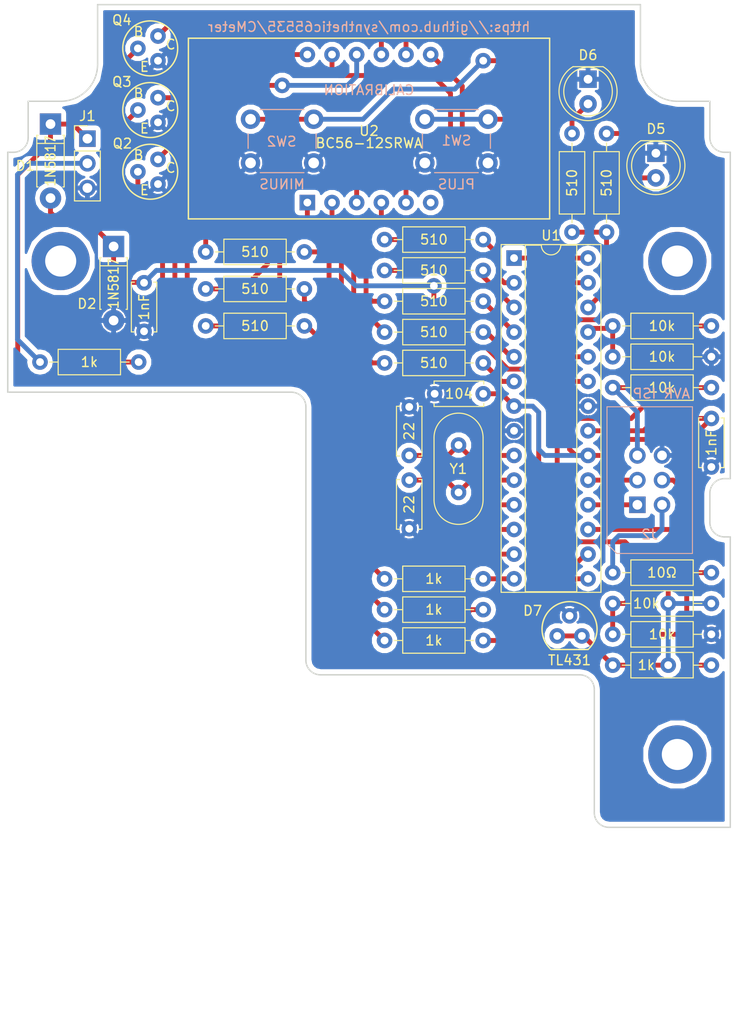
<source format=kicad_pcb>
(kicad_pcb (version 4) (host pcbnew 4.0.7)
  (layers (0 F.Cu signal) (31 B.Cu signal) (34 B.Paste user) (35 F.Paste user) (36 B.SilkS user) (37 F.SilkS user) (38 B.Mask user) (39 F.Mask user) (44 Edge.Cuts user))
  (net 0 "")
  (net 1 "Net-(C1-Pad1)")
  (net 2 GNDD)
  (net 3 "Net-(C2-Pad1)")
  (net 4 +5V)
  (net 5 CURRENT)
  (net 6 BTN1)
  (net 7 BTN2)
  (net 8 AREF)
  (net 9 "Net-(D5-Pad2)")
  (net 10 "Net-(D6-Pad2)")
  (net 11 "Net-(J1-Pad2)")
  (net 12 MISO)
  (net 13 "Net-(J2-Pad2)")
  (net 14 SCK)
  (net 15 MOSI)
  (net 16 RESET)
  (net 17 "Net-(Q2-Pad2)")
  (net 18 "Net-(Q2-Pad1)")
  (net 19 "Net-(Q3-Pad2)")
  (net 20 "Net-(Q3-Pad1)")
  (net 21 "Net-(Q4-Pad2)")
  (net 22 "Net-(Q4-Pad1)")
  (net 23 PERCENT)
  (net 24 SEG_A)
  (net 25 "Net-(R13-Pad2)")
  (net 26 SEG_B)
  (net 27 "Net-(R14-Pad2)")
  (net 28 SEG_C)
  (net 29 "Net-(R15-Pad2)")
  (net 30 SEG_D)
  (net 31 "Net-(R16-Pad2)")
  (net 32 SEG_E)
  (net 33 "Net-(R17-Pad2)")
  (net 34 SEG_F)
  (net 35 "Net-(R18-Pad2)")
  (net 36 SEG_G)
  (net 37 "Net-(R19-Pad2)")
  (net 38 SEG_DP)
  (net 39 "Net-(R20-Pad2)")
  (net 40 VOLTAGE)
  (net 41 DIG_1)
  (net 42 DIG_2)
  (net 43 DIG_3)
  (net 44 CONTROL)
  (module MyFootprints:RES (layer F.Cu) (at 106.68 107.315 180)
    (fp_text reference R24)
    (fp_text value 1k (at 0 0 180) (layer F.SilkS))
    (pad 1 thru_hole circle (at -5.08 0 180) (size 1.6 1.6) (drill 0.8) (layers *.Cu *.Mask) (net 41 DIG_1))
    (pad 2 thru_hole oval (at 5.08 0 180) (size 1.6 1.6) (drill 0.8) (layers *.Cu *.Mask) (net 18 "Net-(Q2-Pad1)"))
  )
  (module Crystals:Crystal_HC49-4H_Vertical (layer F.Cu) (at 109.22 98.425 90)
    (fp_text reference Y1 (at 2.425 -0.02 180) (layer F.SilkS))
    (fp_text value 8Mhz)
    (pad 1 thru_hole circle (at 0 0 90) (size 1.6 1.6) (drill 0.8) (layers *.Cu *.Mask) (net 3 "Net-(C2-Pad1)"))
    (pad 2 thru_hole circle (at 4.88 0 90) (size 1.6 1.6) (drill 0.8) (layers *.Cu *.Mask) (net 1 "Net-(C1-Pad1)"))
  )
  (module MyFootprints:CAP (layer F.Cu) (at 104.14 94.615 90)
    (fp_text reference C1)
    (fp_text value 22pF)
    (fp_text user 22 (at 2.5 0 90) (layer F.SilkS))
    (pad 1 thru_hole circle (at 0 0 90) (size 1.6 1.6) (drill 0.8) (layers *.Cu *.Mask) (net 1 "Net-(C1-Pad1)"))
    (pad 2 thru_hole circle (at 5 0 90) (size 1.6 1.6) (drill 0.8) (layers *.Cu *.Mask) (net 2 GNDD))
  )
  (module MyFootprints:CAP (layer F.Cu) (at 104.14 97.155 270)
    (fp_text reference C2)
    (fp_text value 22pF)
    (fp_text user 22 (at 2.5 0 270) (layer F.SilkS))
    (pad 1 thru_hole circle (at 0 0 270) (size 1.6 1.6) (drill 0.8) (layers *.Cu *.Mask) (net 3 "Net-(C2-Pad1)"))
    (pad 2 thru_hole circle (at 5 0 270) (size 1.6 1.6) (drill 0.8) (layers *.Cu *.Mask) (net 2 GNDD))
  )
  (module MyFootprints:CAP (layer F.Cu) (at 111.76 88.265 180)
    (fp_text reference C3)
    (fp_text value 0.1uF)
    (fp_text user 104 (at 2.5 0 180) (layer F.SilkS))
    (pad 1 thru_hole circle (at 0 0 180) (size 1.6 1.6) (drill 0.8) (layers *.Cu *.Mask) (net 4 +5V))
    (pad 2 thru_hole circle (at 5 0 180) (size 1.6 1.6) (drill 0.8) (layers *.Cu *.Mask) (net 2 GNDD))
  )
  (module MyFootprints:CAP (layer F.Cu) (at 76.835 76.835 270)
    (fp_text reference C4)
    (fp_text value 1nF)
    (fp_text user %V (at 2.5 0 270) (layer F.SilkS))
    (pad 1 thru_hole circle (at 0 0 270) (size 1.6 1.6) (drill 0.8) (layers *.Cu *.Mask) (net 5 CURRENT))
    (pad 2 thru_hole circle (at 5 0 270) (size 1.6 1.6) (drill 0.8) (layers *.Cu *.Mask) (net 2 GNDD))
  )
  (module MyFootprints:CAP (layer F.Cu) (at 135.255 90.805 270)
    (fp_text reference C17)
    (fp_text value 1nF)
    (fp_text user %V (at 2.5 0 270) (layer F.SilkS))
    (pad 1 thru_hole circle (at 0 0 270) (size 1.6 1.6) (drill 0.8) (layers *.Cu *.Mask) (net 8 AREF))
    (pad 2 thru_hole circle (at 5 0 270) (size 1.6 1.6) (drill 0.8) (layers *.Cu *.Mask) (net 2 GNDD))
  )
  (module MyFootprints:DO-41 (layer F.Cu) (at 67.2 60.5 270)
    (fp_text reference D1 (at 4.3 2.6 360) (layer F.SilkS))
    (fp_text value 1N5817)
    (fp_text user %V (at 3.8 0 270) (layer F.SilkS) (effects (font (size 1 0.9))))
    (pad 1 thru_hole rect (at 0 0 270) (size 2.2 2.2) (drill 1) (layers *.Cu *.Mask) (net 4 +5V))
    (pad 2 thru_hole oval (at 7.62 0 270) (size 2.2 2.2) (drill 1) (layers *.Cu *.Mask) (net 5 CURRENT))
  )
  (module MyFootprints:DO-41 (layer F.Cu) (at 73.7 73.1 270)
    (fp_text reference D2 (at 5.9 2.75 360) (layer F.SilkS))
    (fp_text value 1N5817)
    (fp_text user %V (at 3.8 0 270) (layer F.SilkS) (effects (font (size 1 0.9))))
    (pad 1 thru_hole rect (at 0 0 270) (size 2.2 2.2) (drill 1) (layers *.Cu *.Mask) (net 5 CURRENT))
    (pad 2 thru_hole oval (at 7.62 0 270) (size 2.2 2.2) (drill 1) (layers *.Cu *.Mask) (net 2 GNDD))
  )
  (module LEDs:LED_D5.0mm (layer F.Cu) (at 129.54 63.5 270)
    (fp_text reference D5 (at -2.5 -0.01 360) (layer F.SilkS))
    (fp_text value LED_ALT hide)
    (pad 1 thru_hole rect (at 0 0 270) (size 1.8 1.8) (drill 0.9) (layers *.Cu *.Mask) (net 2 GNDD))
    (pad 2 thru_hole circle (at 2.54 0 270) (size 1.8 1.8) (drill 0.9) (layers *.Cu *.Mask) (net 9 "Net-(D5-Pad2)"))
  )
  (module LEDs:LED_D5.0mm (layer F.Cu) (at 122.555 55.88 270)
    (fp_text reference D6 (at -2.48 0.005 360) (layer F.SilkS))
    (fp_text value LED_ALT hide)
    (pad 1 thru_hole rect (at 0 0 270) (size 1.8 1.8) (drill 0.9) (layers *.Cu *.Mask) (net 2 GNDD))
    (pad 2 thru_hole circle (at 2.54 0 270) (size 1.8 1.8) (drill 0.9) (layers *.Cu *.Mask) (net 10 "Net-(D6-Pad2)"))
  )
  (module MyFootprints:TL431 (layer F.Cu) (at 120.65 112.395)
    (fp_text reference D7 (at -3.8 -1.795) (layer F.SilkS))
    (fp_text value TL431)
    (fp_text user TL431 (at 0 3.305) (layer F.SilkS))
    (pad 3 thru_hole circle (at 1.27 0.8) (size 1.6 1.6) (drill 0.8) (layers *.Cu *.Mask) (net 8 AREF))
    (pad 1 thru_hole circle (at -1.27 0.8) (size 1.6 1.6) (drill 0.8) (layers *.Cu *.Mask) (net 8 AREF))
    (pad 2 thru_hole circle (at 0 -1.27) (size 1.6 1.6) (drill 0.8) (layers *.Cu *.Mask) (net 2 GNDD))
  )
  (module Pin_Headers:Pin_Header_Straight_1x03_Pitch2.54mm (layer F.Cu) (at 71 62)
    (fp_text reference J1 (at 0 -2.33) (layer F.SilkS))
    (fp_text value PCB_CONN hide)
    (pad 1 thru_hole rect (at 0 0) (size 1.7 1.7) (drill 1) (layers *.Cu *.Mask) (net 4 +5V))
    (pad 2 thru_hole oval (at 0 2.54) (size 1.7 1.7) (drill 1) (layers *.Cu *.Mask) (net 11 "Net-(J1-Pad2)"))
    (pad 3 thru_hole oval (at 0 5.08) (size 1.7 1.7) (drill 1) (layers *.Cu *.Mask) (net 2 GNDD))
  )
  (module MyFootprints:AVR_ISP (layer B.Cu) (at 128.905 97.155)
    (fp_text reference J2 (at -0.005 5.595) (layer B.SilkS) (effects (justify mirror)))
    (fp_text value PLD-6)
    (pad 1 thru_hole rect (at -1.27 2.54) (size 1.7 1.7) (drill 1) (layers *.Cu *.Mask) (net 12 MISO))
    (pad 2 thru_hole oval (at 1.27 2.54) (size 1.7 1.7) (drill 1) (layers *.Cu *.Mask) (net 13 "Net-(J2-Pad2)"))
    (pad 3 thru_hole oval (at -1.27 0) (size 1.7 1.7) (drill 1) (layers *.Cu *.Mask) (net 14 SCK))
    (pad 4 thru_hole oval (at 1.27 0) (size 1.7 1.7) (drill 1) (layers *.Cu *.Mask) (net 15 MOSI))
    (pad 5 thru_hole oval (at -1.27 -2.54) (size 1.7 1.7) (drill 1) (layers *.Cu *.Mask) (net 16 RESET))
    (pad 6 thru_hole oval (at 1.27 -2.54) (size 1.7 1.7) (drill 1) (layers *.Cu *.Mask) (net 2 GNDD))
  )
  (module Buttons_Switches_THT:SW_PUSH_6mm_h5mm (layer B.Cu) (at 112.25 60 180)
    (fp_text reference SW1 (at 3.25 -2.2 180) (layer B.SilkS) (effects (justify mirror)))
    (fp_text value PLUS (at 3.25 -6.7 180) (layer B.SilkS) (effects (justify mirror)))
    (pad 2 thru_hole circle (at 0 -4.5 90) (size 2 2) (drill 1.1) (layers *.Cu *.Mask) (net 2 GNDD))
    (pad 1 thru_hole circle (at 0 0 90) (size 2 2) (drill 1.1) (layers *.Cu *.Mask) (net 6 BTN1))
    (pad 2 thru_hole circle (at 6.5 -4.5 90) (size 2 2) (drill 1.1) (layers *.Cu *.Mask) (net 2 GNDD))
    (pad 1 thru_hole circle (at 6.5 0 90) (size 2 2) (drill 1.1) (layers *.Cu *.Mask) (net 6 BTN1))
  )
  (module Buttons_Switches_THT:SW_PUSH_6mm_h5mm (layer B.Cu) (at 94.3 60 180)
    (fp_text reference SW2 (at 3.3 -2.3 180) (layer B.SilkS) (effects (justify mirror)))
    (fp_text value MINUS (at 3.25 -6.7 180) (layer B.SilkS) (effects (justify mirror)))
    (pad 2 thru_hole circle (at 0 -4.5 90) (size 2 2) (drill 1.1) (layers *.Cu *.Mask) (net 2 GNDD))
    (pad 1 thru_hole circle (at 0 0 90) (size 2 2) (drill 1.1) (layers *.Cu *.Mask) (net 7 BTN2))
    (pad 2 thru_hole circle (at 6.5 -4.5 90) (size 2 2) (drill 1.1) (layers *.Cu *.Mask) (net 2 GNDD))
    (pad 1 thru_hole circle (at 6.5 0 90) (size 2 2) (drill 1.1) (layers *.Cu *.Mask) (net 7 BTN2))
  )
  (module MyFootprints:TRS-28_Connfly (layer F.Cu) (at 118.745 90.805)
    (fp_text reference U1 (at 0 -18.84) (layer F.SilkS))
    (fp_text value ATMEGA8A-PU)
    (pad 1 thru_hole rect (at -3.81 -16.51) (size 1.6 1.6) (drill 0.8) (layers *.Cu *.Mask) (net 16 RESET))
    (pad 15 thru_hole oval (at 3.81 16.51) (size 1.6 1.6) (drill 0.8) (layers *.Cu *.Mask) (net 42 DIG_2))
    (pad 2 thru_hole oval (at -3.81 -13.97) (size 1.6 1.6) (drill 0.8) (layers *.Cu *.Mask) (net 24 SEG_A))
    (pad 16 thru_hole oval (at 3.81 13.97) (size 1.6 1.6) (drill 0.8) (layers *.Cu *.Mask) (net 43 DIG_3))
    (pad 3 thru_hole oval (at -3.81 -11.43) (size 1.6 1.6) (drill 0.8) (layers *.Cu *.Mask) (net 26 SEG_B))
    (pad 17 thru_hole oval (at 3.81 11.43) (size 1.6 1.6) (drill 0.8) (layers *.Cu *.Mask) (net 15 MOSI))
    (pad 4 thru_hole oval (at -3.81 -8.89) (size 1.6 1.6) (drill 0.8) (layers *.Cu *.Mask) (net 28 SEG_C))
    (pad 18 thru_hole oval (at 3.81 8.89) (size 1.6 1.6) (drill 0.8) (layers *.Cu *.Mask) (net 12 MISO))
    (pad 5 thru_hole oval (at -3.81 -6.35) (size 1.6 1.6) (drill 0.8) (layers *.Cu *.Mask) (net 30 SEG_D))
    (pad 19 thru_hole oval (at 3.81 6.35) (size 1.6 1.6) (drill 0.8) (layers *.Cu *.Mask) (net 14 SCK))
    (pad 6 thru_hole oval (at -3.81 -3.81) (size 1.6 1.6) (drill 0.8) (layers *.Cu *.Mask) (net 32 SEG_E))
    (pad 20 thru_hole oval (at 3.81 3.81) (size 1.6 1.6) (drill 0.8) (layers *.Cu *.Mask) (net 4 +5V))
    (pad 7 thru_hole oval (at -3.81 -1.27) (size 1.6 1.6) (drill 0.8) (layers *.Cu *.Mask) (net 4 +5V))
    (pad 21 thru_hole oval (at 3.81 1.27) (size 1.6 1.6) (drill 0.8) (layers *.Cu *.Mask) (net 8 AREF))
    (pad 8 thru_hole oval (at -3.81 1.27) (size 1.6 1.6) (drill 0.8) (layers *.Cu *.Mask) (net 2 GNDD))
    (pad 22 thru_hole oval (at 3.81 -1.27) (size 1.6 1.6) (drill 0.8) (layers *.Cu *.Mask) (net 2 GNDD))
    (pad 9 thru_hole oval (at -3.81 3.81) (size 1.6 1.6) (drill 0.8) (layers *.Cu *.Mask) (net 1 "Net-(C1-Pad1)"))
    (pad 23 thru_hole oval (at 3.81 -3.81) (size 1.6 1.6) (drill 0.8) (layers *.Cu *.Mask) (net 44 CONTROL))
    (pad 10 thru_hole oval (at -3.81 6.35) (size 1.6 1.6) (drill 0.8) (layers *.Cu *.Mask) (net 3 "Net-(C2-Pad1)"))
    (pad 24 thru_hole oval (at 3.81 -6.35) (size 1.6 1.6) (drill 0.8) (layers *.Cu *.Mask) (net 5 CURRENT))
    (pad 11 thru_hole oval (at -3.81 8.89) (size 1.6 1.6) (drill 0.8) (layers *.Cu *.Mask) (net 34 SEG_F))
    (pad 25 thru_hole oval (at 3.81 -8.89) (size 1.6 1.6) (drill 0.8) (layers *.Cu *.Mask) (net 40 VOLTAGE))
    (pad 12 thru_hole oval (at -3.81 11.43) (size 1.6 1.6) (drill 0.8) (layers *.Cu *.Mask) (net 36 SEG_G))
    (pad 26 thru_hole oval (at 3.81 -11.43) (size 1.6 1.6) (drill 0.8) (layers *.Cu *.Mask) (net 23 PERCENT))
    (pad 13 thru_hole oval (at -3.81 13.97) (size 1.6 1.6) (drill 0.8) (layers *.Cu *.Mask) (net 38 SEG_DP))
    (pad 27 thru_hole oval (at 3.81 -13.97) (size 1.6 1.6) (drill 0.8) (layers *.Cu *.Mask) (net 6 BTN1))
    (pad 14 thru_hole oval (at -3.81 16.51) (size 1.6 1.6) (drill 0.8) (layers *.Cu *.Mask) (net 41 DIG_1))
    (pad 28 thru_hole oval (at 3.81 -16.51) (size 1.6 1.6) (drill 0.8) (layers *.Cu *.Mask) (net 7 BTN2))
  )
  (module MyFootprints:BC56-12SRWA-2 (layer F.Cu) (at 100 60.96)
    (fp_text reference U2 (at 0 0.24) (layer F.SilkS))
    (fp_text value BC56-12SRWA)
    (fp_text user %V (at 0 1.5) (layer F.SilkS))
    (pad 1 thru_hole rect (at -6.35 7.62) (size 1.6 1.6) (drill 0.8) (layers *.Cu *.Mask) (net 33 "Net-(R17-Pad2)"))
    (pad 7 thru_hole circle (at 6.35 -7.62) (size 1.6 1.6) (drill 0.8) (layers *.Cu *.Mask) (net 27 "Net-(R14-Pad2)"))
    (pad 2 thru_hole circle (at -3.81 7.62) (size 1.6 1.6) (drill 0.8) (layers *.Cu *.Mask) (net 31 "Net-(R16-Pad2)"))
    (pad 8 thru_hole circle (at 3.81 -7.62) (size 1.6 1.6) (drill 0.8) (layers *.Cu *.Mask) (net 21 "Net-(Q4-Pad2)"))
    (pad 3 thru_hole circle (at -1.27 7.62) (size 1.6 1.6) (drill 0.8) (layers *.Cu *.Mask) (net 39 "Net-(R20-Pad2)"))
    (pad 9 thru_hole circle (at 1.27 -7.62) (size 1.6 1.6) (drill 0.8) (layers *.Cu *.Mask) (net 19 "Net-(Q3-Pad2)"))
    (pad 4 thru_hole circle (at 1.27 7.62) (size 1.6 1.6) (drill 0.8) (layers *.Cu *.Mask) (net 29 "Net-(R15-Pad2)"))
    (pad 10 thru_hole circle (at -1.27 -7.62) (size 1.6 1.6) (drill 0.8) (layers *.Cu *.Mask) (net 35 "Net-(R18-Pad2)"))
    (pad 5 thru_hole circle (at 3.81 7.62) (size 1.6 1.6) (drill 0.8) (layers *.Cu *.Mask) (net 37 "Net-(R19-Pad2)"))
    (pad 11 thru_hole circle (at -3.81 -7.62) (size 1.6 1.6) (drill 0.8) (layers *.Cu *.Mask) (net 25 "Net-(R13-Pad2)"))
    (pad 6 thru_hole circle (at 6.35 7.62) (size 1.6 1.6) (drill 0.8) (layers *.Cu *.Mask))
    (pad 12 thru_hole circle (at -6.35 -7.62) (size 1.6 1.6) (drill 0.8) (layers *.Cu *.Mask) (net 17 "Net-(Q2-Pad2)"))
  )
  (module MyFootprints:RES (layer F.Cu) (at 130.175 84.455)
    (fp_text reference R22)
    (fp_text value 10k (at 0 0) (layer F.SilkS))
    (pad 1 thru_hole circle (at -5.08 0) (size 1.6 1.6) (drill 0.8) (layers *.Cu *.Mask) (net 40 VOLTAGE))
    (pad 2 thru_hole oval (at 5.08 0) (size 1.6 1.6) (drill 0.8) (layers *.Cu *.Mask) (net 2 GNDD))
  )
  (module MyFootprints:RES (layer F.Cu) (at 130.175 81.28)
    (fp_text reference R21)
    (fp_text value 10k (at 0 0) (layer F.SilkS))
    (pad 1 thru_hole circle (at -5.08 0) (size 1.6 1.6) (drill 0.8) (layers *.Cu *.Mask) (net 40 VOLTAGE))
    (pad 2 thru_hole oval (at 5.08 0) (size 1.6 1.6) (drill 0.8) (layers *.Cu *.Mask) (net 4 +5V))
  )
  (module MyFootprints:RES (layer F.Cu) (at 130.175 87.63)
    (fp_text reference R1)
    (fp_text value 10k (at 0 0) (layer F.SilkS))
    (pad 1 thru_hole circle (at -5.08 0) (size 1.6 1.6) (drill 0.8) (layers *.Cu *.Mask) (net 16 RESET))
    (pad 2 thru_hole oval (at 5.08 0) (size 1.6 1.6) (drill 0.8) (layers *.Cu *.Mask) (net 4 +5V))
  )
  (module MyFootprints:RES (layer F.Cu) (at 120.904 66.548 90)
    (fp_text reference R12)
    (fp_text value 510 (at 0 0 90) (layer F.SilkS))
    (pad 1 thru_hole circle (at -5.08 0 90) (size 1.6 1.6) (drill 0.8) (layers *.Cu *.Mask) (net 23 PERCENT))
    (pad 2 thru_hole oval (at 5.08 0 90) (size 1.6 1.6) (drill 0.8) (layers *.Cu *.Mask) (net 10 "Net-(D6-Pad2)"))
  )
  (module MyFootprints:RES (layer F.Cu) (at 124.46 66.548 90)
    (fp_text reference R11)
    (fp_text value 510 (at 0 0 90) (layer F.SilkS))
    (pad 1 thru_hole circle (at -5.08 0 90) (size 1.6 1.6) (drill 0.8) (layers *.Cu *.Mask) (net 23 PERCENT))
    (pad 2 thru_hole oval (at 5.08 0 90) (size 1.6 1.6) (drill 0.8) (layers *.Cu *.Mask) (net 9 "Net-(D5-Pad2)"))
  )
  (module MyFootprints:RES (layer F.Cu) (at 130.175 106.68 180)
    (fp_text reference R10)
    (fp_text value 10Ω (at 0 0 180) (layer F.SilkS))
    (pad 1 thru_hole circle (at -5.08 0 180) (size 1.6 1.6) (drill 0.8) (layers *.Cu *.Mask) (net 4 +5V))
    (pad 2 thru_hole oval (at 5.08 0 180) (size 1.6 1.6) (drill 0.8) (layers *.Cu *.Mask) (net 13 "Net-(J2-Pad2)"))
  )
  (module MyFootprints:RES (layer F.Cu) (at 106.68 72.39 180)
    (fp_text reference R13)
    (fp_text value 510 (at 0 0 180) (layer F.SilkS))
    (pad 1 thru_hole circle (at -5.08 0 180) (size 1.6 1.6) (drill 0.8) (layers *.Cu *.Mask) (net 24 SEG_A))
    (pad 2 thru_hole oval (at 5.08 0 180) (size 1.6 1.6) (drill 0.8) (layers *.Cu *.Mask) (net 25 "Net-(R13-Pad2)"))
  )
  (module MyFootprints:RES (layer F.Cu) (at 106.68 75.565 180)
    (fp_text reference R14)
    (fp_text value 510 (at 0 0 180) (layer F.SilkS))
    (pad 1 thru_hole circle (at -5.08 0 180) (size 1.6 1.6) (drill 0.8) (layers *.Cu *.Mask) (net 26 SEG_B))
    (pad 2 thru_hole oval (at 5.08 0 180) (size 1.6 1.6) (drill 0.8) (layers *.Cu *.Mask) (net 27 "Net-(R14-Pad2)"))
  )
  (module MyFootprints:RES (layer F.Cu) (at 106.68 78.74 180)
    (fp_text reference R15)
    (fp_text value 510 (at 0 0 180) (layer F.SilkS))
    (pad 1 thru_hole circle (at -5.08 0 180) (size 1.6 1.6) (drill 0.8) (layers *.Cu *.Mask) (net 28 SEG_C))
    (pad 2 thru_hole oval (at 5.08 0 180) (size 1.6 1.6) (drill 0.8) (layers *.Cu *.Mask) (net 29 "Net-(R15-Pad2)"))
  )
  (module MyFootprints:RES (layer F.Cu) (at 106.68 81.915 180)
    (fp_text reference R16)
    (fp_text value 510 (at 0 0 180) (layer F.SilkS))
    (pad 1 thru_hole circle (at -5.08 0 180) (size 1.6 1.6) (drill 0.8) (layers *.Cu *.Mask) (net 30 SEG_D))
    (pad 2 thru_hole oval (at 5.08 0 180) (size 1.6 1.6) (drill 0.8) (layers *.Cu *.Mask) (net 31 "Net-(R16-Pad2)"))
  )
  (module MyFootprints:RES (layer F.Cu) (at 106.68 85.09 180)
    (fp_text reference R17)
    (fp_text value 510 (at 0 0 180) (layer F.SilkS))
    (pad 1 thru_hole circle (at -5.08 0 180) (size 1.6 1.6) (drill 0.8) (layers *.Cu *.Mask) (net 32 SEG_E))
    (pad 2 thru_hole oval (at 5.08 0 180) (size 1.6 1.6) (drill 0.8) (layers *.Cu *.Mask) (net 33 "Net-(R17-Pad2)"))
  )
  (module MyFootprints:RES (layer F.Cu) (at 88.265 73.66 180)
    (fp_text reference R18)
    (fp_text value 510 (at 0 0 180) (layer F.SilkS))
    (pad 1 thru_hole circle (at -5.08 0 180) (size 1.6 1.6) (drill 0.8) (layers *.Cu *.Mask) (net 34 SEG_F))
    (pad 2 thru_hole oval (at 5.08 0 180) (size 1.6 1.6) (drill 0.8) (layers *.Cu *.Mask) (net 35 "Net-(R18-Pad2)"))
  )
  (module MyFootprints:RES (layer F.Cu) (at 88.265 77.47 180)
    (fp_text reference R19)
    (fp_text value 510 (at 0 0 180) (layer F.SilkS))
    (pad 1 thru_hole circle (at -5.08 0 180) (size 1.6 1.6) (drill 0.8) (layers *.Cu *.Mask) (net 36 SEG_G))
    (pad 2 thru_hole oval (at 5.08 0 180) (size 1.6 1.6) (drill 0.8) (layers *.Cu *.Mask) (net 37 "Net-(R19-Pad2)"))
  )
  (module MyFootprints:RES (layer F.Cu) (at 88.265 81.28 180)
    (fp_text reference R20)
    (fp_text value 510 (at 0 0 180) (layer F.SilkS))
    (pad 1 thru_hole circle (at -5.08 0 180) (size 1.6 1.6) (drill 0.8) (layers *.Cu *.Mask) (net 38 SEG_DP))
    (pad 2 thru_hole oval (at 5.08 0 180) (size 1.6 1.6) (drill 0.8) (layers *.Cu *.Mask) (net 39 "Net-(R20-Pad2)"))
  )
  (module MyFootprints:RES (layer F.Cu) (at 71.2 85 180)
    (fp_text reference R3)
    (fp_text value 1k (at 0 0 180) (layer F.SilkS))
    (pad 1 thru_hole circle (at -5.08 0 180) (size 1.6 1.6) (drill 0.8) (layers *.Cu *.Mask) (net 5 CURRENT))
    (pad 2 thru_hole oval (at 5.08 0 180) (size 1.6 1.6) (drill 0.8) (layers *.Cu *.Mask) (net 11 "Net-(J1-Pad2)"))
  )
  (module MyFootprints:RES (layer F.Cu) (at 130.175 116.205 180)
    (fp_text reference R23)
    (fp_text value 1k (at 1.625 0.005 180) (layer F.SilkS))
    (pad 1 thru_hole circle (at -5.08 0 180) (size 1.6 1.6) (drill 0.8) (layers *.Cu *.Mask) (net 4 +5V))
    (pad 2 thru_hole oval (at 5.08 0 180) (size 1.6 1.6) (drill 0.8) (layers *.Cu *.Mask) (net 8 AREF))
  )
  (module MyFootprints:RES (layer F.Cu) (at 130.175 113.03 180)
    (fp_text reference R28)
    (fp_text value 10k (at 0 0 180) (layer F.SilkS))
    (pad 1 thru_hole circle (at -5.08 0 180) (size 1.6 1.6) (drill 0.8) (layers *.Cu *.Mask) (net 2 GNDD))
    (pad 2 thru_hole oval (at 5.08 0 180) (size 1.6 1.6) (drill 0.8) (layers *.Cu *.Mask) (net 44 CONTROL))
  )
  (module MyFootprints:RES (layer F.Cu) (at 130.175 109.855)
    (fp_text reference R27)
    (fp_text value 10k (at -1.625 -0.005) (layer F.SilkS))
    (pad 1 thru_hole circle (at -5.08 0) (size 1.6 1.6) (drill 0.8) (layers *.Cu *.Mask) (net 44 CONTROL))
    (pad 2 thru_hole oval (at 5.08 0) (size 1.6 1.6) (drill 0.8) (layers *.Cu *.Mask) (net 8 AREF))
  )
  (module MyFootprints:RES (layer F.Cu) (at 106.68 110.49)
    (fp_text reference R25)
    (fp_text value 1k (at 0 0) (layer F.SilkS))
    (pad 1 thru_hole circle (at -5.08 0) (size 1.6 1.6) (drill 0.8) (layers *.Cu *.Mask) (net 20 "Net-(Q3-Pad1)"))
    (pad 2 thru_hole oval (at 5.08 0) (size 1.6 1.6) (drill 0.8) (layers *.Cu *.Mask) (net 42 DIG_2))
  )
  (module MyFootprints:RES (layer F.Cu) (at 106.68 113.665)
    (fp_text reference R26)
    (fp_text value 1k (at 0 0) (layer F.SilkS))
    (pad 1 thru_hole circle (at -5.08 0) (size 1.6 1.6) (drill 0.8) (layers *.Cu *.Mask) (net 22 "Net-(Q4-Pad1)"))
    (pad 2 thru_hole oval (at 5.08 0) (size 1.6 1.6) (drill 0.8) (layers *.Cu *.Mask) (net 43 DIG_3))
  )
  (module MyFootprints:AC-1005_ZMCT102_Enclosure (layer F.Cu) (at 78.6 100.3)
    (fp_text reference T1 hide)
    (fp_text value L_Measure hide)
  )
  (module MyFootprints:TPK-1_Enclosure (layer F.Cu) (at 100 135.9)
    (fp_text reference REF** hide)
    (fp_text value ТПК-1 hide)
  )
  (module MyFootprints:CAP_D16_L36_Enclosure (layer F.Cu) (at 82 69.7 180)
    (fp_text reference REF** hide)
    (fp_text value REF** hide)
  )
  (module MyFootprints:CAP_D16_L36_Enclosure (layer F.Cu) (at 100 69.7 180)
    (fp_text reference REF** hide)
    (fp_text value REF** hide)
  )
  (module MyFootprints:CAP_D16_L36_Enclosure (layer F.Cu) (at 118 69.7 180)
    (fp_text reference REF** hide)
    (fp_text value REF** hide)
  )
  (module MyFootprints:CAP_D16_L36_Enclosure (layer F.Cu) (at 110.75 101.1 270)
    (fp_text reference REF** hide)
    (fp_text value REF** hide)
  )
  (module MyFootprints:Case_G1202_Front-2 (layer F.Cu) (at 100 100)
    (fp_text reference CASE hide)
    (fp_text value Case_G1202_Front-2 hide)
    (fp_arc (start 24.7 31.4) (end 23.2 31.4) (angle -90) (layer Edge.Cuts) (width 0.15))
    (fp_arc (start 21.7 18.7) (end 23.2 18.7) (angle -90) (layer Edge.Cuts) (width 0.15))
    (fp_arc (start -5 15.7) (end -6.5 15.7) (angle -90) (layer Edge.Cuts) (width 0.15))
    (fp_arc (start -8 -10.4) (end -6.5 -10.4) (angle -90) (layer Edge.Cuts) (width 0.15))
    (fp_line (start -37.2 -11.9) (end -37.2 -36.6) (layer Edge.Cuts) (width 0.15))
    (fp_line (start -5 17.2) (end 21.7 17.2) (layer Edge.Cuts) (width 0.15))
    (fp_line (start 23.2 18.7) (end 23.2 31.4) (layer Edge.Cuts) (width 0.15))
    (fp_line (start 24.7 32.9) (end 37.2 32.9) (layer Edge.Cuts) (width 0.15))
    (fp_line (start -6.5 -10.4) (end -6.5 15.7) (layer Edge.Cuts) (width 0.15))
    (fp_line (start -37.2 -11.9) (end -8 -11.9) (layer Edge.Cuts) (width 0.15))
    (fp_line (start 37.2 32.9) (end 37.2 3) (layer Edge.Cuts) (width 0.15))
    (fp_line (start 37.2 -36.6) (end 37.2 -3) (layer Edge.Cuts) (width 0.15))
    (fp_line (start 36.6 -3) (end 37.2 -3) (layer Edge.Cuts) (width 0.15))
    (fp_arc (start 36.6 -1.5) (end 35.1 -1.5) (angle 90) (layer Edge.Cuts) (width 0.15))
    (fp_line (start 36.6 3) (end 37.2 3) (layer Edge.Cuts) (width 0.15))
    (fp_line (start 35.1 -1.5) (end 35.1 1.5) (layer Edge.Cuts) (width 0.15))
    (fp_arc (start 36.6 1.5) (end 35.1 1.5) (angle -90) (layer Edge.Cuts) (width 0.15))
    (fp_line (start 36.6 -36.6) (end 37.2 -36.6) (layer Edge.Cuts) (width 0.15))
    (fp_line (start 35.1 -38.1) (end 35.1 -41.85) (layer Edge.Cuts) (width 0.15))
    (fp_line (start 35.1 -41.85) (end 31.75 -41.85) (layer Edge.Cuts) (width 0.15))
    (fp_line (start -36.6 -36.6) (end -37.2 -36.6) (layer Edge.Cuts) (width 0.15))
    (fp_line (start -35.1 -38.1) (end -35.1 -41.85) (layer Edge.Cuts) (width 0.15))
    (fp_arc (start 36.6 -38.1) (end 35.1 -38.1) (angle -90) (layer Edge.Cuts) (width 0.15))
    (fp_arc (start 31.75 -45.65) (end 27.95 -45.65) (angle -90) (layer Edge.Cuts) (width 0.15))
    (fp_line (start 27.95 -51.8) (end 27.95 -45.65) (layer Edge.Cuts) (width 0.15))
    (fp_arc (start -36.6 -38.1) (end -35.1 -38.1) (angle 90) (layer Edge.Cuts) (width 0.15))
    (fp_line (start -35.1 -41.85) (end -31.75 -41.85) (layer Edge.Cuts) (width 0.15))
    (fp_arc (start -31.75 -45.65) (end -27.95 -45.65) (angle 90) (layer Edge.Cuts) (width 0.15))
    (fp_line (start -27.95 -51.8) (end -27.95 -45.65) (layer Edge.Cuts) (width 0.15))
    (fp_line (start -27.95 -51.8) (end 27.95 -51.8) (layer Edge.Cuts) (width 0.15))
    (pad "" thru_hole circle (at 31.75 25.4) (size 6 6) (drill 3.2) (layers *.Cu *.Mask))
    (pad "" thru_hole circle (at 31.75 -25.4) (size 6 6) (drill 3.2) (layers *.Cu *.Mask))
    (pad "" thru_hole circle (at -31.75 -25.4) (size 6 6) (drill 3.2) (layers *.Cu *.Mask))
  )
  (module MyFootprints:Q_BCE (layer F.Cu) (at 77.47 52.705 90)
    (fp_text reference Q4 (at 2.905 -2.92 180) (layer F.SilkS))
    (fp_text value Q_NPN_BCE hide)
    (fp_text user E (at -1.9 -0.6 180) (layer F.SilkS))
    (fp_text user C (at 0.4 2.1 180) (layer F.SilkS))
    (fp_text user B (at 1.7 -1.2 360) (layer F.SilkS))
    (pad 2 thru_hole circle (at 1.27 0.8 90) (size 1.6 1.6) (drill 0.8) (layers *.Cu *.Mask) (net 21 "Net-(Q4-Pad2)"))
    (pad 3 thru_hole circle (at -1.27 0.8 90) (size 1.6 1.6) (drill 0.8) (layers *.Cu *.Mask) (net 2 GNDD))
    (pad 1 thru_hole circle (at 0 -1.27 90) (size 1.6 1.6) (drill 0.8) (layers *.Cu *.Mask) (net 22 "Net-(Q4-Pad1)"))
  )
  (module MyFootprints:Q_BCE (layer F.Cu) (at 77.47 59.055 90)
    (fp_text reference Q3 (at 2.905 -2.92 180) (layer F.SilkS))
    (fp_text value Q_NPN_BCE hide)
    (fp_text user E (at -1.9 -0.6 180) (layer F.SilkS))
    (fp_text user C (at 0.4 2.1 180) (layer F.SilkS))
    (fp_text user B (at 1.7 -1.2 360) (layer F.SilkS))
    (pad 2 thru_hole circle (at 1.27 0.8 90) (size 1.6 1.6) (drill 0.8) (layers *.Cu *.Mask) (net 19 "Net-(Q3-Pad2)"))
    (pad 3 thru_hole circle (at -1.27 0.8 90) (size 1.6 1.6) (drill 0.8) (layers *.Cu *.Mask) (net 2 GNDD))
    (pad 1 thru_hole circle (at 0 -1.27 90) (size 1.6 1.6) (drill 0.8) (layers *.Cu *.Mask) (net 20 "Net-(Q3-Pad1)"))
  )
  (module MyFootprints:Q_BCE (layer F.Cu) (at 77.47 65.405 90)
    (fp_text reference Q2 (at 2.905 -2.87 180) (layer F.SilkS))
    (fp_text value Q_NPN_BCE hide)
    (fp_text user E (at -1.9 -0.6 180) (layer F.SilkS))
    (fp_text user C (at 0.4 2.1 180) (layer F.SilkS))
    (fp_text user B (at 1.7 -1.2 360) (layer F.SilkS))
    (pad 2 thru_hole circle (at 1.27 0.8 90) (size 1.6 1.6) (drill 0.8) (layers *.Cu *.Mask) (net 17 "Net-(Q2-Pad2)"))
    (pad 3 thru_hole circle (at -1.27 0.8 90) (size 1.6 1.6) (drill 0.8) (layers *.Cu *.Mask) (net 2 GNDD))
    (pad 1 thru_hole circle (at 0 -1.27 90) (size 1.6 1.6) (drill 0.8) (layers *.Cu *.Mask) (net 18 "Net-(Q2-Pad1)"))
  )
  (gr_text "AVR ISP" (at 130.1 88.25) (layer B.SilkS) (effects (font (size 1 1)) (justify mirror)))
  (gr_text https://github.com/synthetic65535/CMeter (at 100 50.5) (layer B.SilkS) (effects (font (size 1 1)) (justify mirror)))
  (gr_text CALIBRATION (at 100 57) (layer B.SilkS) (effects (font (size 1 1)) (justify mirror)))
  (segment (start 104.14 94.615) (end 108.15 94.615) (width 0.5) (layer F.Cu) (net 1))
  (segment (start 108.15 94.615) (end 109.22 93.545) (width 0.5) (layer F.Cu) (net 1))
  (segment (start 109.22 93.545) (end 110.29 94.615) (width 0.5) (layer F.Cu) (net 1))
  (segment (start 110.29 94.615) (end 114.935 94.615) (width 0.5) (layer F.Cu) (net 1))
  (segment (start 104.14 97.155) (end 107.95 97.155) (width 0.5) (layer F.Cu) (net 3))
  (segment (start 107.95 97.155) (end 109.22 98.425) (width 0.5) (layer F.Cu) (net 3))
  (segment (start 109.22 98.425) (end 110.49 97.155) (width 0.5) (layer F.Cu) (net 3))
  (segment (start 110.49 97.155) (end 114.935 97.155) (width 0.5) (layer F.Cu) (net 3))
  (segment (start 93.345 86.995) (end 65.155 86.995) (width 0.5) (layer F.Cu) (net 4))
  (segment (start 106.045 115.57) (end 107.315 114.3) (width 0.5) (layer F.Cu) (net 4))
  (segment (start 107.315 114.3) (end 107.315 109.855) (width 0.5) (layer F.Cu) (net 4))
  (segment (start 107.315 109.855) (end 108.2675 108.9025) (width 0.5) (layer F.Cu) (net 4))
  (segment (start 108.2675 108.9025) (end 116.5225 108.9025) (width 0.5) (layer F.Cu) (net 4))
  (segment (start 116.5225 108.9025) (end 117.475 107.95) (width 0.5) (layer F.Cu) (net 4))
  (segment (start 117.475 107.95) (end 117.475 90.17) (width 0.5) (layer F.Cu) (net 4))
  (segment (start 117.475 90.17) (end 116.84 89.535) (width 0.5) (layer F.Cu) (net 4))
  (segment (start 114.935 89.535) (end 116.84 89.535) (width 0.5) (layer F.Cu) (net 4))
  (segment (start 94.615 109.855) (end 100.33 115.57) (width 0.5) (layer F.Cu) (net 4))
  (segment (start 94.615 88.265) (end 94.615 109.855) (width 0.5) (layer F.Cu) (net 4))
  (segment (start 93.345 86.995) (end 94.615 88.265) (width 0.5) (layer F.Cu) (net 4))
  (segment (start 100.33 115.57) (end 106.045 115.57) (width 0.5) (layer F.Cu) (net 4))
  (segment (start 65.155 86.995) (end 63.827 85.667) (width 0.5) (layer F.Cu) (net 4))
  (segment (start 63.827 65.713) (end 67.2 62.34) (width 0.5) (layer F.Cu) (net 4))
  (segment (start 67.2 62.34) (end 67.2 60.5) (width 0.5) (layer F.Cu) (net 4))
  (segment (start 63.827 85.667) (end 63.827 65.713) (width 0.5) (layer F.Cu) (net 4))
  (segment (start 67.2 60.5) (end 69.5 60.5) (width 0.5) (layer F.Cu) (net 4))
  (segment (start 69.5 60.5) (end 71 62) (width 0.5) (layer F.Cu) (net 4))
  (segment (start 132.842 102.743) (end 128.905 106.68) (width 0.5) (layer F.Cu) (net 4))
  (segment (start 132.715 113.03) (end 129.54 113.03) (width 0.5) (layer F.Cu) (net 4))
  (segment (start 124.46 94.615) (end 122.555 94.615) (width 0.5) (layer F.Cu) (net 4))
  (segment (start 132.842 93.726) (end 132.842 102.743) (width 0.5) (layer F.Cu) (net 4))
  (segment (start 132.08 92.964) (end 132.842 93.726) (width 0.5) (layer F.Cu) (net 4))
  (segment (start 126.111 92.964) (end 132.08 92.964) (width 0.5) (layer F.Cu) (net 4))
  (segment (start 124.46 94.615) (end 126.111 92.964) (width 0.5) (layer F.Cu) (net 4))
  (segment (start 128.905 112.395) (end 129.54 113.03) (width 0.5) (layer F.Cu) (net 4))
  (segment (start 128.905 106.68) (end 128.905 112.395) (width 0.5) (layer F.Cu) (net 4))
  (segment (start 132.715 113.03) (end 132.715 115.57) (width 0.5) (layer F.Cu) (net 4))
  (segment (start 132.715 115.57) (end 133.35 116.205) (width 0.5) (layer F.Cu) (net 4))
  (segment (start 133.35 116.205) (end 135.255 116.205) (width 0.5) (layer F.Cu) (net 4))
  (segment (start 132.715 107.315) (end 132.715 113.03) (width 0.5) (layer F.Cu) (net 4))
  (segment (start 135.255 106.68) (end 133.35 106.68) (width 0.5) (layer F.Cu) (net 4))
  (segment (start 133.35 106.68) (end 132.715 107.315) (width 0.5) (layer F.Cu) (net 4))
  (segment (start 135.255 81.28) (end 133.35 81.28) (width 0.5) (layer F.Cu) (net 4))
  (segment (start 133.35 81.28) (end 132.715 81.915) (width 0.5) (layer F.Cu) (net 4))
  (segment (start 122.555 94.615) (end 121.285 94.615) (width 0.5) (layer F.Cu) (net 4))
  (segment (start 121.285 94.615) (end 120.65 93.98) (width 0.5) (layer F.Cu) (net 4))
  (segment (start 135.255 87.63) (end 134.62 87.63) (width 0.5) (layer F.Cu) (net 4))
  (segment (start 111.76 88.265) (end 113.665 88.265) (width 0.5) (layer F.Cu) (net 4))
  (segment (start 113.665 88.265) (end 114.935 89.535) (width 0.5) (layer F.Cu) (net 4))
  (segment (start 122.555 94.615) (end 118.11 94.615) (width 0.5) (layer B.Cu) (net 4))
  (segment (start 116.84 89.535) (end 114.935 89.535) (width 0.5) (layer B.Cu) (net 4))
  (segment (start 117.475 90.17) (end 116.84 89.535) (width 0.5) (layer B.Cu) (net 4))
  (segment (start 117.475 93.98) (end 117.475 90.17) (width 0.5) (layer B.Cu) (net 4))
  (segment (start 118.11 94.615) (end 117.475 93.98) (width 0.5) (layer B.Cu) (net 4))
  (segment (start 127 90.805) (end 130.175 87.63) (width 0.5) (layer F.Cu) (net 4))
  (segment (start 121.285 90.805) (end 127 90.805) (width 0.5) (layer F.Cu) (net 4))
  (segment (start 120.65 91.44) (end 121.285 90.805) (width 0.5) (layer F.Cu) (net 4))
  (segment (start 120.65 93.98) (end 120.65 91.44) (width 0.5) (layer F.Cu) (net 4))
  (segment (start 130.175 87.63) (end 132.715 87.63) (width 0.5) (layer F.Cu) (net 4))
  (segment (start 132.715 81.915) (end 132.715 87.63) (width 0.5) (layer F.Cu) (net 4))
  (segment (start 132.715 87.63) (end 135.255 87.63) (width 0.5) (layer F.Cu) (net 4))
  (segment (start 73.7 76.8) (end 76.8 76.8) (width 0.5) (layer F.Cu) (net 5))
  (segment (start 71.6 78.9) (end 73.7 76.8) (width 0.5) (layer F.Cu) (net 5))
  (segment (start 74.5 85) (end 71.6 82.1) (width 0.5) (layer F.Cu) (net 5))
  (segment (start 71.6 82.1) (end 71.6 78.9) (width 0.5) (layer F.Cu) (net 5))
  (segment (start 76.28 85) (end 74.5 85) (width 0.5) (layer F.Cu) (net 5))
  (segment (start 73.7 76.8) (end 73.7 73.1) (width 0.5) (layer F.Cu) (net 5))
  (segment (start 73.7 73.1) (end 70.7 70.1) (width 0.5) (layer F.Cu) (net 5))
  (segment (start 67.2 69.6) (end 67.2 68.12) (width 0.5) (layer F.Cu) (net 5))
  (segment (start 67.7 70.1) (end 67.2 69.6) (width 0.5) (layer F.Cu) (net 5))
  (segment (start 70.7 70.1) (end 67.7 70.1) (width 0.5) (layer F.Cu) (net 5))
  (segment (start 76.835 76.835) (end 78.105 75.565) (width 0.5) (layer B.Cu) (net 5))
  (segment (start 114.3 85.725) (end 118.11 85.725) (width 0.5) (layer F.Cu) (net 5))
  (segment (start 106.68 77.1525) (end 98.6155 77.1525) (width 0.5) (layer B.Cu) (net 5))
  (via (at 106.68 77.1525) (size 1.6) (drill 0.8) (layers F.Cu B.Cu) (net 5))
  (segment (start 106.68 82.55) (end 106.68 77.1525) (width 0.5) (layer F.Cu) (net 5))
  (segment (start 107.6325 83.5025) (end 106.68 82.55) (width 0.5) (layer F.Cu) (net 5))
  (segment (start 112.0775 83.5025) (end 107.6325 83.5025) (width 0.5) (layer F.Cu) (net 5))
  (segment (start 114.3 85.725) (end 112.0775 83.5025) (width 0.5) (layer F.Cu) (net 5))
  (segment (start 98.6155 77.1525) (end 97.028 75.565) (width 0.5) (layer B.Cu) (net 5))
  (segment (start 97.028 75.565) (end 78.105 75.565) (width 0.5) (layer B.Cu) (net 5))
  (segment (start 119.38 84.455) (end 122.555 84.455) (width 0.5) (layer F.Cu) (net 5))
  (segment (start 118.11 85.725) (end 119.38 84.455) (width 0.5) (layer F.Cu) (net 5))
  (segment (start 112.175 60) (end 105.675 60) (width 0.5) (layer B.Cu) (net 6))
  (segment (start 114.935 70.485) (end 114.935 60.96) (width 0.5) (layer F.Cu) (net 6))
  (segment (start 120.015 76.835) (end 119.38 76.2) (width 0.5) (layer F.Cu) (net 6))
  (segment (start 119.38 76.2) (end 119.38 74.93) (width 0.5) (layer F.Cu) (net 6))
  (segment (start 119.38 74.93) (end 114.935 70.485) (width 0.5) (layer F.Cu) (net 6))
  (segment (start 122.555 76.835) (end 120.015 76.835) (width 0.5) (layer F.Cu) (net 6))
  (segment (start 113.975 60) (end 112.175 60) (width 0.5) (layer F.Cu) (net 6))
  (segment (start 114.935 60.96) (end 113.975 60) (width 0.5) (layer F.Cu) (net 6))
  (segment (start 122.555 76.835) (end 121.92 76.835) (width 0.5) (layer F.Cu) (net 6))
  (segment (start 87.8 60) (end 94.3 60) (width 0.5) (layer F.Cu) (net 7))
  (segment (start 116.84 70.485) (end 116.84 55.245) (width 0.5) (layer F.Cu) (net 7))
  (segment (start 94.175 60) (end 99.385 60) (width 0.5) (layer B.Cu) (net 7))
  (segment (start 120.65 74.295) (end 116.84 70.485) (width 0.5) (layer F.Cu) (net 7))
  (segment (start 120.65 74.295) (end 122.555 74.295) (width 0.5) (layer F.Cu) (net 7))
  (segment (start 102.489 56.896) (end 99.385 60) (width 0.5) (layer B.Cu) (net 7))
  (segment (start 108.839 56.896) (end 102.489 56.896) (width 0.5) (layer B.Cu) (net 7))
  (segment (start 111.76 53.975) (end 108.839 56.896) (width 0.5) (layer B.Cu) (net 7))
  (via (at 111.76 53.975) (size 1.6) (drill 0.8) (layers F.Cu B.Cu) (net 7))
  (segment (start 115.57 53.975) (end 111.76 53.975) (width 0.5) (layer F.Cu) (net 7))
  (segment (start 116.84 55.245) (end 115.57 53.975) (width 0.5) (layer F.Cu) (net 7))
  (segment (start 135.255 109.855) (end 130.81 109.855) (width 0.5) (layer B.Cu) (net 8))
  (segment (start 125.095 116.205) (end 130.81 116.205) (width 0.5) (layer F.Cu) (net 8))
  (segment (start 130.81 116.205) (end 130.81 109.855) (width 0.5) (layer B.Cu) (net 8))
  (via (at 130.81 109.855) (size 1.6) (drill 0.8) (layers F.Cu B.Cu) (net 8))
  (via (at 130.81 116.205) (size 1.6) (drill 0.8) (layers F.Cu B.Cu) (net 8))
  (segment (start 130.81 106.68) (end 130.81 109.855) (width 0.5) (layer F.Cu) (net 8))
  (segment (start 135.255 90.805) (end 133.7945 92.2655) (width 0.5) (layer F.Cu) (net 8))
  (segment (start 133.7945 92.2655) (end 133.7945 103.6955) (width 0.5) (layer F.Cu) (net 8))
  (segment (start 133.7945 103.6955) (end 130.81 106.68) (width 0.5) (layer F.Cu) (net 8))
  (segment (start 135.255 90.805) (end 129.54 90.805) (width 0.5) (layer F.Cu) (net 8))
  (segment (start 128.27 92.075) (end 122.555 92.075) (width 0.5) (layer F.Cu) (net 8))
  (segment (start 129.54 90.805) (end 128.27 92.075) (width 0.5) (layer F.Cu) (net 8))
  (segment (start 122.085 113.195) (end 125.095 116.205) (width 0.5) (layer F.Cu) (net 8))
  (segment (start 119.38 113.195) (end 121.92 113.195) (width 0.5) (layer F.Cu) (net 8))
  (segment (start 124.46 61.468) (end 126.238 61.468) (width 0.5) (layer F.Cu) (net 9))
  (segment (start 127.635 66.04) (end 129.54 66.04) (width 0.5) (layer F.Cu) (net 9))
  (segment (start 127 65.405) (end 127.635 66.04) (width 0.5) (layer F.Cu) (net 9))
  (segment (start 127 62.23) (end 127 65.405) (width 0.5) (layer F.Cu) (net 9))
  (segment (start 126.238 61.468) (end 127 62.23) (width 0.5) (layer F.Cu) (net 9))
  (segment (start 120.904 61.468) (end 120.904 60.071) (width 0.5) (layer F.Cu) (net 10))
  (segment (start 120.904 60.071) (end 122.555 58.42) (width 0.5) (layer F.Cu) (net 10))
  (segment (start 71 64.54) (end 64.96 64.54) (width 0.5) (layer B.Cu) (net 11))
  (segment (start 63.8 82.68) (end 66.12 85) (width 0.5) (layer B.Cu) (net 11))
  (segment (start 63.8 65.7) (end 63.8 82.68) (width 0.5) (layer B.Cu) (net 11))
  (segment (start 64.96 64.54) (end 63.8 65.7) (width 0.5) (layer B.Cu) (net 11))
  (segment (start 127.635 99.695) (end 122.555 99.695) (width 0.5) (layer F.Cu) (net 12))
  (segment (start 130.175 99.695) (end 130.175 102.235) (width 0.5) (layer B.Cu) (net 13))
  (segment (start 125.095 103.505) (end 125.095 106.68) (width 0.5) (layer B.Cu) (net 13))
  (segment (start 125.73 102.87) (end 125.095 103.505) (width 0.5) (layer B.Cu) (net 13))
  (segment (start 129.54 102.87) (end 125.73 102.87) (width 0.5) (layer B.Cu) (net 13))
  (segment (start 130.175 102.235) (end 129.54 102.87) (width 0.5) (layer B.Cu) (net 13))
  (segment (start 127.635 97.155) (end 122.555 97.155) (width 0.5) (layer F.Cu) (net 14))
  (segment (start 130.175 97.155) (end 131.318 97.155) (width 0.5) (layer F.Cu) (net 15))
  (segment (start 131.318 102.235) (end 122.555 102.235) (width 0.5) (layer F.Cu) (net 15))
  (segment (start 131.826 101.727) (end 131.318 102.235) (width 0.5) (layer F.Cu) (net 15))
  (segment (start 131.826 97.663) (end 131.826 101.727) (width 0.5) (layer F.Cu) (net 15))
  (segment (start 131.318 97.155) (end 131.826 97.663) (width 0.5) (layer F.Cu) (net 15))
  (segment (start 125.095 87.63) (end 127.635 90.17) (width 0.5) (layer B.Cu) (net 16))
  (segment (start 127.635 90.17) (end 127.635 94.615) (width 0.5) (layer B.Cu) (net 16))
  (segment (start 127.635 86.995) (end 127.635 80.01) (width 0.5) (layer F.Cu) (net 16))
  (segment (start 127 87.63) (end 127.635 86.995) (width 0.5) (layer F.Cu) (net 16))
  (segment (start 125.095 87.63) (end 127 87.63) (width 0.5) (layer F.Cu) (net 16))
  (segment (start 118.11 80.01) (end 118.11 75.565) (width 0.5) (layer F.Cu) (net 16))
  (segment (start 118.745 80.645) (end 118.11 80.01) (width 0.5) (layer F.Cu) (net 16))
  (segment (start 123.521 80.645) (end 118.745 80.645) (width 0.5) (layer F.Cu) (net 16))
  (segment (start 124.791 79.375) (end 123.521 80.645) (width 0.5) (layer F.Cu) (net 16))
  (segment (start 127 79.375) (end 124.791 79.375) (width 0.5) (layer F.Cu) (net 16))
  (segment (start 127.635 80.01) (end 127 79.375) (width 0.5) (layer F.Cu) (net 16))
  (segment (start 116.84 74.295) (end 114.935 74.295) (width 0.5) (layer F.Cu) (net 16))
  (segment (start 118.11 75.565) (end 116.84 74.295) (width 0.5) (layer F.Cu) (net 16))
  (segment (start 89.027 53.34) (end 93.65 53.34) (width 0.5) (layer F.Cu) (net 17))
  (segment (start 78.232 64.135) (end 89.027 53.34) (width 0.5) (layer F.Cu) (net 17))
  (segment (start 76.2 65.405) (end 76.2 67.945) (width 0.5) (layer F.Cu) (net 18))
  (segment (start 81.28 73.025) (end 81.28 82.55) (width 0.5) (layer F.Cu) (net 18))
  (segment (start 98.425 104.14) (end 101.6 107.315) (width 0.5) (layer F.Cu) (net 18))
  (segment (start 81.915 83.185) (end 81.28 82.55) (width 0.5) (layer F.Cu) (net 18))
  (segment (start 93.345 83.185) (end 81.915 83.185) (width 0.5) (layer F.Cu) (net 18))
  (segment (start 98.425 88.265) (end 93.345 83.185) (width 0.5) (layer F.Cu) (net 18))
  (segment (start 98.425 104.14) (end 98.425 88.265) (width 0.5) (layer F.Cu) (net 18))
  (segment (start 76.2 67.945) (end 81.28 73.025) (width 0.5) (layer F.Cu) (net 18))
  (segment (start 78.27 57.785) (end 81.28 57.785) (width 0.5) (layer F.Cu) (net 19))
  (segment (start 101.27 51.74) (end 101.27 53.34) (width 0.5) (layer F.Cu) (net 19))
  (segment (start 100.33 50.8) (end 101.27 51.74) (width 0.5) (layer F.Cu) (net 19))
  (segment (start 88.265 50.8) (end 100.33 50.8) (width 0.5) (layer F.Cu) (net 19))
  (segment (start 81.28 57.785) (end 88.265 50.8) (width 0.5) (layer F.Cu) (net 19))
  (segment (start 73.914 67.599) (end 73.914 61.341) (width 0.5) (layer F.Cu) (net 20))
  (segment (start 97.155 106.045) (end 97.155 88.265) (width 0.5) (layer F.Cu) (net 20))
  (segment (start 81.28 84.455) (end 93.345 84.455) (width 0.5) (layer F.Cu) (net 20))
  (segment (start 73.914 67.599) (end 80.01 73.695) (width 0.5) (layer F.Cu) (net 20))
  (segment (start 80.01 73.695) (end 80.01 83.185) (width 0.5) (layer F.Cu) (net 20))
  (segment (start 80.01 83.185) (end 81.28 84.455) (width 0.5) (layer F.Cu) (net 20))
  (segment (start 93.345 84.455) (end 97.155 88.265) (width 0.5) (layer F.Cu) (net 20))
  (segment (start 101.6 110.49) (end 97.155 106.045) (width 0.5) (layer F.Cu) (net 20))
  (segment (start 73.914 61.341) (end 76.2 59.055) (width 0.5) (layer F.Cu) (net 20))
  (segment (start 78.27 51.435) (end 80.175 49.53) (width 0.5) (layer F.Cu) (net 21))
  (segment (start 102.235 49.53) (end 103.81 51.105) (width 0.5) (layer F.Cu) (net 21))
  (segment (start 103.81 51.105) (end 103.81 53.34) (width 0.5) (layer F.Cu) (net 21))
  (segment (start 80.175 49.53) (end 102.235 49.53) (width 0.5) (layer F.Cu) (net 21))
  (segment (start 72.771 68.496) (end 72.771 56.134) (width 0.5) (layer F.Cu) (net 22))
  (segment (start 78.74 74.465) (end 78.74 83.82) (width 0.5) (layer F.Cu) (net 22))
  (segment (start 78.74 83.82) (end 80.645 85.725) (width 0.5) (layer F.Cu) (net 22))
  (segment (start 80.645 85.725) (end 93.345 85.725) (width 0.5) (layer F.Cu) (net 22))
  (segment (start 93.345 85.725) (end 95.885 88.265) (width 0.5) (layer F.Cu) (net 22))
  (segment (start 95.885 88.265) (end 95.885 107.95) (width 0.5) (layer F.Cu) (net 22))
  (segment (start 101.6 113.665) (end 95.885 107.95) (width 0.5) (layer F.Cu) (net 22))
  (segment (start 72.771 68.496) (end 78.74 74.465) (width 0.5) (layer F.Cu) (net 22))
  (segment (start 72.771 56.134) (end 76.2 52.705) (width 0.5) (layer F.Cu) (net 22))
  (segment (start 122.555 79.375) (end 124.46 77.47) (width 0.5) (layer F.Cu) (net 23))
  (segment (start 124.46 77.47) (end 124.46 71.628) (width 0.5) (layer F.Cu) (net 23))
  (segment (start 120.904 71.628) (end 124.46 71.628) (width 0.5) (layer F.Cu) (net 23))
  (segment (start 114.935 76.835) (end 113.919 76.835) (width 0.5) (layer F.Cu) (net 24))
  (segment (start 113.411 74.041) (end 111.76 72.39) (width 0.5) (layer F.Cu) (net 24))
  (segment (start 113.411 76.327) (end 113.411 74.041) (width 0.5) (layer F.Cu) (net 24))
  (segment (start 113.919 76.835) (end 113.411 76.327) (width 0.5) (layer F.Cu) (net 24))
  (segment (start 108.3945 57.3405) (end 106.553 55.499) (width 0.5) (layer F.Cu) (net 25))
  (segment (start 106.553 55.499) (end 96.901 55.499) (width 0.5) (layer F.Cu) (net 25))
  (segment (start 96.901 55.499) (end 96.19 54.788) (width 0.5) (layer F.Cu) (net 25))
  (segment (start 108.3945 70.0405) (end 108.3945 57.3405) (width 0.5) (layer F.Cu) (net 25))
  (segment (start 106.045 72.39) (end 108.3945 70.0405) (width 0.5) (layer F.Cu) (net 25))
  (segment (start 101.6 72.39) (end 106.045 72.39) (width 0.5) (layer F.Cu) (net 25))
  (segment (start 96.19 54.788) (end 96.19 53.34) (width 0.5) (layer F.Cu) (net 25))
  (segment (start 114.935 79.375) (end 111.76 76.2) (width 0.5) (layer F.Cu) (net 26))
  (segment (start 111.76 76.2) (end 111.76 75.565) (width 0.5) (layer F.Cu) (net 26))
  (segment (start 109.601 71.374) (end 109.601 56.591) (width 0.5) (layer F.Cu) (net 27))
  (segment (start 105.41 75.565) (end 109.601 71.374) (width 0.5) (layer F.Cu) (net 27))
  (segment (start 101.6 75.565) (end 105.41 75.565) (width 0.5) (layer F.Cu) (net 27))
  (segment (start 109.601 56.591) (end 106.35 53.34) (width 0.5) (layer F.Cu) (net 27))
  (segment (start 114.935 81.915) (end 111.76 78.74) (width 0.5) (layer F.Cu) (net 28))
  (segment (start 101.6 78.74) (end 100.33 78.74) (width 0.5) (layer F.Cu) (net 29))
  (segment (start 101.27 70.18) (end 101.27 68.58) (width 0.5) (layer F.Cu) (net 29))
  (segment (start 99.695 71.755) (end 101.27 70.18) (width 0.5) (layer F.Cu) (net 29))
  (segment (start 99.695 78.105) (end 99.695 71.755) (width 0.5) (layer F.Cu) (net 29))
  (segment (start 100.33 78.74) (end 99.695 78.105) (width 0.5) (layer F.Cu) (net 29))
  (segment (start 114.6175 84.455) (end 112.014 81.8515) (width 0.5) (layer F.Cu) (net 30))
  (segment (start 101.6 81.915) (end 98.425 78.74) (width 0.5) (layer F.Cu) (net 31))
  (segment (start 96.19 70.155) (end 96.19 68.58) (width 0.5) (layer F.Cu) (net 31))
  (segment (start 98.425 72.39) (end 96.19 70.155) (width 0.5) (layer F.Cu) (net 31))
  (segment (start 98.425 78.74) (end 98.425 72.39) (width 0.5) (layer F.Cu) (net 31))
  (segment (start 96.19 68.58) (end 96.52 68.91) (width 0.5) (layer F.Cu) (net 31))
  (segment (start 114.935 86.995) (end 113.665 86.995) (width 0.5) (layer F.Cu) (net 32))
  (segment (start 113.665 86.995) (end 111.76 85.09) (width 0.5) (layer F.Cu) (net 32))
  (segment (start 101.6 85.09) (end 100.33 85.09) (width 0.5) (layer F.Cu) (net 33))
  (segment (start 93.65 70.155) (end 93.65 68.58) (width 0.5) (layer F.Cu) (net 33))
  (segment (start 97.155 73.66) (end 93.65 70.155) (width 0.5) (layer F.Cu) (net 33))
  (segment (start 97.155 79.375) (end 97.155 73.66) (width 0.5) (layer F.Cu) (net 33))
  (segment (start 99.695 81.915) (end 97.155 79.375) (width 0.5) (layer F.Cu) (net 33))
  (segment (start 99.695 84.455) (end 99.695 81.915) (width 0.5) (layer F.Cu) (net 33))
  (segment (start 100.33 85.09) (end 99.695 84.455) (width 0.5) (layer F.Cu) (net 33))
  (segment (start 101.6 85.09) (end 101.6 85.09) (width 0.5) (layer F.Cu) (net 33))
  (segment (start 103.251 103.505) (end 108.585 103.505) (width 0.5) (layer F.Cu) (net 34))
  (segment (start 102.235 88.265) (end 102.235 102.489) (width 0.5) (layer F.Cu) (net 34))
  (segment (start 102.235 102.489) (end 103.251 103.505) (width 0.5) (layer F.Cu) (net 34))
  (segment (start 93.345 73.66) (end 95.25 73.66) (width 0.5) (layer F.Cu) (net 34))
  (segment (start 98.425 81.915) (end 98.425 84.455) (width 0.5) (layer F.Cu) (net 34))
  (segment (start 95.885 79.375) (end 98.425 81.915) (width 0.5) (layer F.Cu) (net 34))
  (segment (start 95.885 74.295) (end 95.885 79.375) (width 0.5) (layer F.Cu) (net 34))
  (segment (start 95.25 73.66) (end 95.885 74.295) (width 0.5) (layer F.Cu) (net 34))
  (segment (start 98.425 84.455) (end 102.235 88.265) (width 0.5) (layer F.Cu) (net 34))
  (segment (start 112.395 99.695) (end 114.935 99.695) (width 0.5) (layer F.Cu) (net 34))
  (segment (start 108.585 103.505) (end 112.395 99.695) (width 0.5) (layer F.Cu) (net 34))
  (via (at 91.059 56.515) (size 1.6) (drill 0.8) (layers F.Cu B.Cu) (net 35))
  (segment (start 83.185 60.96) (end 87.63 56.515) (width 0.5) (layer F.Cu) (net 35))
  (segment (start 87.63 56.515) (end 91.059 56.515) (width 0.5) (layer F.Cu) (net 35))
  (segment (start 91.059 56.515) (end 97.79 56.515) (width 0.5) (layer B.Cu) (net 35))
  (segment (start 97.79 56.515) (end 98.73 55.575) (width 0.5) (layer B.Cu) (net 35))
  (segment (start 98.73 53.34) (end 98.73 55.575) (width 0.5) (layer B.Cu) (net 35))
  (segment (start 83.185 60.96) (end 83.185 73.66) (width 0.5) (layer F.Cu) (net 35))
  (segment (start 109.22 104.775) (end 111.76 102.235) (width 0.5) (layer F.Cu) (net 36))
  (segment (start 109.22 104.775) (end 103.124 104.775) (width 0.5) (layer F.Cu) (net 36))
  (segment (start 103.124 104.775) (end 100.965 102.616) (width 0.5) (layer F.Cu) (net 36))
  (segment (start 100.965 102.616) (end 100.965 88.265) (width 0.5) (layer F.Cu) (net 36))
  (segment (start 100.965 88.265) (end 97.155 84.455) (width 0.5) (layer F.Cu) (net 36))
  (segment (start 97.155 84.455) (end 97.155 82.55) (width 0.5) (layer F.Cu) (net 36))
  (segment (start 97.155 82.55) (end 93.345 78.74) (width 0.5) (layer F.Cu) (net 36))
  (segment (start 93.345 77.47) (end 93.345 78.74) (width 0.5) (layer F.Cu) (net 36))
  (segment (start 111.76 102.235) (end 114.935 102.235) (width 0.5) (layer F.Cu) (net 36))
  (segment (start 83.185 77.47) (end 86.995 77.47) (width 0.5) (layer F.Cu) (net 37))
  (segment (start 103.81 62.8525) (end 103.81 68.58) (width 0.5) (layer F.Cu) (net 37))
  (segment (start 103.1875 62.23) (end 103.81 62.8525) (width 0.5) (layer F.Cu) (net 37))
  (segment (start 90.2335 62.23) (end 103.1875 62.23) (width 0.5) (layer F.Cu) (net 37))
  (segment (start 89.535 62.9285) (end 90.2335 62.23) (width 0.5) (layer F.Cu) (net 37))
  (segment (start 89.535 74.93) (end 89.535 62.9285) (width 0.5) (layer F.Cu) (net 37))
  (segment (start 86.995 77.47) (end 89.535 74.93) (width 0.5) (layer F.Cu) (net 37))
  (segment (start 93.599 81.28) (end 95.885 83.566) (width 0.5) (layer F.Cu) (net 38))
  (segment (start 99.695 88.265) (end 99.695 102.87) (width 0.5) (layer F.Cu) (net 38))
  (segment (start 111.125 104.775) (end 114.935 104.775) (width 0.5) (layer F.Cu) (net 38))
  (segment (start 109.855 106.045) (end 111.125 104.775) (width 0.5) (layer F.Cu) (net 38))
  (segment (start 102.87 106.045) (end 109.855 106.045) (width 0.5) (layer F.Cu) (net 38))
  (segment (start 99.695 102.87) (end 102.87 106.045) (width 0.5) (layer F.Cu) (net 38))
  (segment (start 95.885 83.566) (end 95.885 84.455) (width 0.5) (layer F.Cu) (net 38))
  (segment (start 95.885 84.455) (end 99.695 88.265) (width 0.5) (layer F.Cu) (net 38))
  (segment (start 91.44 66.548) (end 98.1075 66.548) (width 0.5) (layer F.Cu) (net 39))
  (segment (start 90.805 67.183) (end 91.44 66.548) (width 0.5) (layer F.Cu) (net 39))
  (segment (start 90.805 79.375) (end 90.805 67.183) (width 0.5) (layer F.Cu) (net 39))
  (segment (start 98.1075 66.548) (end 98.73 67.1705) (width 0.5) (layer F.Cu) (net 39))
  (segment (start 88.9 81.28) (end 90.805 79.375) (width 0.5) (layer F.Cu) (net 39))
  (segment (start 83.185 81.28) (end 88.9 81.28) (width 0.5) (layer F.Cu) (net 39))
  (segment (start 98.73 67.1705) (end 98.73 68.58) (width 0.5) (layer F.Cu) (net 39))
  (segment (start 122.682 81.534) (end 124.587 81.534) (width 0.5) (layer F.Cu) (net 40))
  (segment (start 125.095 84.455) (end 125.095 81.28) (width 0.5) (layer F.Cu) (net 40))
  (segment (start 111.76 107.315) (end 114.935 107.315) (width 0.5) (layer F.Cu) (net 41))
  (segment (start 121.285 107.315) (end 113.03 115.57) (width 0.5) (layer F.Cu) (net 42))
  (segment (start 110.49 110.49) (end 109.855 111.125) (width 0.5) (layer F.Cu) (net 42))
  (segment (start 109.855 111.125) (end 109.855 114.935) (width 0.5) (layer F.Cu) (net 42))
  (segment (start 109.855 114.935) (end 110.49 115.57) (width 0.5) (layer F.Cu) (net 42))
  (segment (start 111.76 110.49) (end 110.49 110.49) (width 0.5) (layer F.Cu) (net 42))
  (segment (start 121.285 107.315) (end 122.555 107.315) (width 0.5) (layer F.Cu) (net 42))
  (segment (start 113.03 115.57) (end 110.49 115.57) (width 0.5) (layer F.Cu) (net 42))
  (segment (start 122.301 104.775) (end 113.411 113.665) (width 0.5) (layer F.Cu) (net 43))
  (segment (start 113.411 113.665) (end 111.76 113.665) (width 0.5) (layer F.Cu) (net 43))
  (segment (start 119.38 102.87) (end 119.38 88.265) (width 0.5) (layer F.Cu) (net 44))
  (segment (start 127 104.14) (end 127 109.22) (width 0.5) (layer F.Cu) (net 44))
  (segment (start 120.015 103.505) (end 119.38 102.87) (width 0.5) (layer F.Cu) (net 44))
  (segment (start 126.365 103.505) (end 120.015 103.505) (width 0.5) (layer F.Cu) (net 44))
  (segment (start 127 104.14) (end 126.365 103.505) (width 0.5) (layer F.Cu) (net 44))
  (segment (start 125.095 109.855) (end 126.365 109.855) (width 0.5) (layer F.Cu) (net 44))
  (segment (start 127 109.22) (end 126.365 109.855) (width 0.5) (layer F.Cu) (net 44))
  (segment (start 120.65 86.995) (end 122.555 86.995) (width 0.5) (layer F.Cu) (net 44))
  (segment (start 119.38 88.265) (end 120.65 86.995) (width 0.5) (layer F.Cu) (net 44))
  (segment (start 125.095 113.03) (end 125.095 109.855) (width 0.5) (layer F.Cu) (net 44))
  (zone (net 2) (net_name GNDD) (layer B.Cu) (connect_pads (clearance 0.5)) (min_thickness 0.254) (fill yes (arc_segments 16) (thermal_gap 0.2) (thermal_bridge_width 0.5))
    (polygon (pts (xy 62 48.135) (xy 138 48.135) (xy 138 153.135) (xy 62 153.135)))
  )
)
</source>
